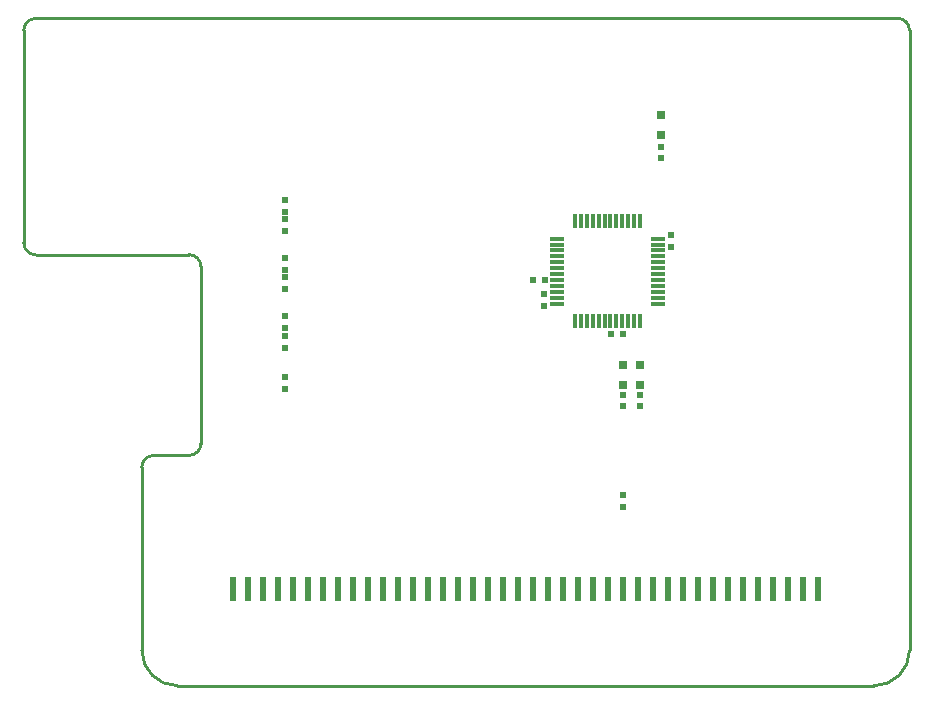
<source format=gtp>
G04*
G04 #@! TF.GenerationSoftware,Altium Limited,Altium Designer,21.1.1 (26)*
G04*
G04 Layer_Color=8421504*
%FSAX25Y25*%
%MOIN*%
G70*
G04*
G04 #@! TF.SameCoordinates,385E19C8-3E5E-4D6B-97ED-1EBFA2F8C446*
G04*
G04*
G04 #@! TF.FilePolarity,Positive*
G04*
G01*
G75*
%ADD15C,0.01000*%
%ADD16R,0.01937X0.07843*%
%ADD17R,0.02756X0.02756*%
%ADD18R,0.02165X0.01968*%
%ADD19R,0.04724X0.01181*%
%ADD20R,0.01181X0.04724*%
%ADD21R,0.02165X0.01968*%
%ADD22R,0.01968X0.02165*%
%ADD23R,0.01968X0.02165*%
D15*
X-0035433Y0222441D02*
G03*
X-0039370Y0218504I0000000J-0003937D01*
G01*
X0255906D02*
G03*
X0251969Y0222441I-0003937J0000000D01*
G01*
X0000000Y0011811D02*
G03*
X0011811Y0000000I0011811J0000000D01*
G01*
X0244094D02*
G03*
X0255906Y0011811I0000000J0011811D01*
G01*
X0019685Y0139764D02*
G03*
X0015748Y0143701I-0003937J0000000D01*
G01*
X0003937Y0076772D02*
G03*
X0000000Y0072835I0000000J-0003937D01*
G01*
X-0039370Y0147638D02*
G03*
X-0035433Y0143701I0003937J0000000D01*
G01*
X0015748Y0076772D02*
G03*
X0019685Y0080709I0000000J0003937D01*
G01*
X0255906Y0011811D02*
Y0218504D01*
X-0035433Y0222441D02*
X0251969D01*
X-0039370Y0147638D02*
Y0218504D01*
X-0035433Y0143701D02*
X0015748D01*
X0000000Y0011811D02*
Y0072835D01*
X0011811Y0000000D02*
X0244094D01*
X0019685Y0080709D02*
Y0139764D01*
X0003937Y0076772D02*
X0015748D01*
D16*
X0050453Y0032106D02*
D03*
X0030453D02*
D03*
X0035453D02*
D03*
X0040453D02*
D03*
X0045453D02*
D03*
X0055453D02*
D03*
X0060453D02*
D03*
X0065453D02*
D03*
X0070453D02*
D03*
X0075453D02*
D03*
X0080453D02*
D03*
X0085453D02*
D03*
X0090453D02*
D03*
X0095453D02*
D03*
X0100453D02*
D03*
X0205453D02*
D03*
X0210453D02*
D03*
X0215453D02*
D03*
X0220453D02*
D03*
X0225453D02*
D03*
X0180453D02*
D03*
X0185453D02*
D03*
X0190453D02*
D03*
X0195453D02*
D03*
X0200453D02*
D03*
X0155453D02*
D03*
X0160453D02*
D03*
X0165453D02*
D03*
X0170453D02*
D03*
X0175453D02*
D03*
X0130453D02*
D03*
X0135453D02*
D03*
X0140453D02*
D03*
X0145453D02*
D03*
X0150453D02*
D03*
X0105453D02*
D03*
X0110453D02*
D03*
X0115453D02*
D03*
X0120453D02*
D03*
X0125453D02*
D03*
D17*
X0166043Y0100295D02*
D03*
Y0106791D02*
D03*
X0160433D02*
D03*
Y0100295D02*
D03*
X0172953Y0190236D02*
D03*
Y0183740D02*
D03*
D18*
X0047736Y0162008D02*
D03*
Y0158071D02*
D03*
X0173031Y0179724D02*
D03*
Y0175787D02*
D03*
X0047638Y0102756D02*
D03*
Y0098819D02*
D03*
X0047850Y0123316D02*
D03*
Y0119379D02*
D03*
X0047835Y0132185D02*
D03*
Y0136122D02*
D03*
X0047736Y0151476D02*
D03*
Y0155413D02*
D03*
X0047835Y0142618D02*
D03*
Y0138681D02*
D03*
Y0112500D02*
D03*
Y0116437D02*
D03*
X0160433Y0059547D02*
D03*
Y0063484D02*
D03*
X0166043Y0097047D02*
D03*
Y0093110D02*
D03*
X0160531Y0097047D02*
D03*
Y0093110D02*
D03*
D19*
X0138484Y0127362D02*
D03*
Y0129331D02*
D03*
Y0131299D02*
D03*
Y0133268D02*
D03*
Y0135236D02*
D03*
Y0137205D02*
D03*
Y0139173D02*
D03*
Y0141142D02*
D03*
Y0143110D02*
D03*
Y0145079D02*
D03*
Y0147047D02*
D03*
Y0149016D02*
D03*
X0171949D02*
D03*
Y0147047D02*
D03*
Y0145079D02*
D03*
Y0143110D02*
D03*
Y0141142D02*
D03*
Y0139173D02*
D03*
Y0137205D02*
D03*
Y0135236D02*
D03*
Y0133268D02*
D03*
Y0131299D02*
D03*
Y0129331D02*
D03*
Y0127362D02*
D03*
D20*
X0144390Y0154921D02*
D03*
X0146358D02*
D03*
X0148327D02*
D03*
X0150295D02*
D03*
X0152264D02*
D03*
X0154232D02*
D03*
X0156201D02*
D03*
X0158169D02*
D03*
X0160138D02*
D03*
X0162106D02*
D03*
X0164075D02*
D03*
X0166043D02*
D03*
Y0121457D02*
D03*
X0164075D02*
D03*
X0162106D02*
D03*
X0160138D02*
D03*
X0158169D02*
D03*
X0156201D02*
D03*
X0154232D02*
D03*
X0152264D02*
D03*
X0150295D02*
D03*
X0148327D02*
D03*
X0146358D02*
D03*
X0144390D02*
D03*
D21*
X0176378Y0150197D02*
D03*
Y0146260D02*
D03*
X0133957Y0126476D02*
D03*
Y0130413D02*
D03*
D22*
X0134252Y0135236D02*
D03*
X0130315D02*
D03*
D23*
X0160335Y0117224D02*
D03*
X0156398D02*
D03*
M02*

</source>
